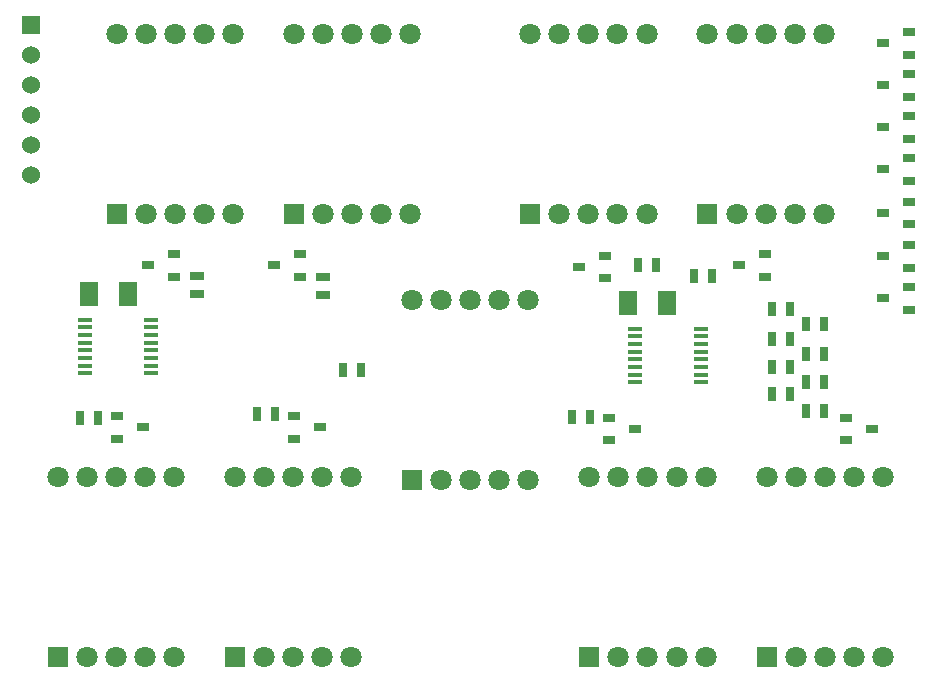
<source format=gts>
G04 (created by PCBNEW (2013-07-07 BZR 4022)-stable) date 1/31/2015 10:55:12 PM*
%MOIN*%
G04 Gerber Fmt 3.4, Leading zero omitted, Abs format*
%FSLAX34Y34*%
G01*
G70*
G90*
G04 APERTURE LIST*
%ADD10C,0.00590551*%
%ADD11R,0.05X0.015*%
%ADD12R,0.0394X0.0315*%
%ADD13R,0.0708661X0.0708661*%
%ADD14C,0.0708661*%
%ADD15R,0.06X0.08*%
%ADD16R,0.045X0.025*%
%ADD17R,0.025X0.045*%
%ADD18R,0.06X0.06*%
%ADD19C,0.06*%
G04 APERTURE END LIST*
G54D10*
G54D11*
X49002Y-31196D03*
X49002Y-30940D03*
X49002Y-30684D03*
X49002Y-30428D03*
X49002Y-30172D03*
X49002Y-29916D03*
X49002Y-29660D03*
X49002Y-29404D03*
X46798Y-29404D03*
X46798Y-29660D03*
X46798Y-29916D03*
X46798Y-30172D03*
X46798Y-30428D03*
X46798Y-30684D03*
X46798Y-30940D03*
X46798Y-31196D03*
X30652Y-30896D03*
X30652Y-30640D03*
X30652Y-30384D03*
X30652Y-30128D03*
X30652Y-29872D03*
X30652Y-29616D03*
X30652Y-29360D03*
X30652Y-29104D03*
X28448Y-29104D03*
X28448Y-29360D03*
X28448Y-29616D03*
X28448Y-29872D03*
X28448Y-30128D03*
X28448Y-30384D03*
X28448Y-30640D03*
X28448Y-30896D03*
G54D12*
X34767Y-27300D03*
X35633Y-26925D03*
X35633Y-27675D03*
X55067Y-21300D03*
X55933Y-20925D03*
X55933Y-21675D03*
X55067Y-22700D03*
X55933Y-22325D03*
X55933Y-23075D03*
X55067Y-24100D03*
X55933Y-23725D03*
X55933Y-24475D03*
X54683Y-32750D03*
X53817Y-33125D03*
X53817Y-32375D03*
X55067Y-28400D03*
X55933Y-28025D03*
X55933Y-28775D03*
X55067Y-27000D03*
X55933Y-26625D03*
X55933Y-27375D03*
X55067Y-25550D03*
X55933Y-25175D03*
X55933Y-25925D03*
X30567Y-27300D03*
X31433Y-26925D03*
X31433Y-27675D03*
X44917Y-27350D03*
X45783Y-26975D03*
X45783Y-27725D03*
X50267Y-27300D03*
X51133Y-26925D03*
X51133Y-27675D03*
X46783Y-32750D03*
X45917Y-33125D03*
X45917Y-32375D03*
X36283Y-32700D03*
X35417Y-33075D03*
X35417Y-32325D03*
X30383Y-32700D03*
X29517Y-33075D03*
X29517Y-32325D03*
G54D13*
X33464Y-40354D03*
G54D14*
X34433Y-40354D03*
X35401Y-40354D03*
X36370Y-40354D03*
X37338Y-40354D03*
X37338Y-34354D03*
X36370Y-34354D03*
X35401Y-34354D03*
X34433Y-34354D03*
X33464Y-34354D03*
G54D13*
X45275Y-40354D03*
G54D14*
X46244Y-40354D03*
X47212Y-40354D03*
X48181Y-40354D03*
X49149Y-40354D03*
X49149Y-34354D03*
X48181Y-34354D03*
X47212Y-34354D03*
X46244Y-34354D03*
X45275Y-34354D03*
G54D13*
X27559Y-40354D03*
G54D14*
X28527Y-40354D03*
X29496Y-40354D03*
X30464Y-40354D03*
X31433Y-40354D03*
X31433Y-34354D03*
X30464Y-34354D03*
X29496Y-34354D03*
X28527Y-34354D03*
X27559Y-34354D03*
G54D13*
X51181Y-40354D03*
G54D14*
X52149Y-40354D03*
X53118Y-40354D03*
X54086Y-40354D03*
X55055Y-40354D03*
X55055Y-34354D03*
X54086Y-34354D03*
X53118Y-34354D03*
X52149Y-34354D03*
X51181Y-34354D03*
G54D13*
X49212Y-25590D03*
G54D14*
X50181Y-25590D03*
X51149Y-25590D03*
X52118Y-25590D03*
X53086Y-25590D03*
X53086Y-19590D03*
X52118Y-19590D03*
X51149Y-19590D03*
X50181Y-19590D03*
X49212Y-19590D03*
G54D13*
X39370Y-34448D03*
G54D14*
X40338Y-34448D03*
X41307Y-34448D03*
X42275Y-34448D03*
X43244Y-34448D03*
X43244Y-28448D03*
X42275Y-28448D03*
X41307Y-28448D03*
X40338Y-28448D03*
X39370Y-28448D03*
G54D13*
X43307Y-25590D03*
G54D14*
X44275Y-25590D03*
X45244Y-25590D03*
X46212Y-25590D03*
X47181Y-25590D03*
X47181Y-19590D03*
X46212Y-19590D03*
X45244Y-19590D03*
X44275Y-19590D03*
X43307Y-19590D03*
G54D13*
X29527Y-25590D03*
G54D14*
X30496Y-25590D03*
X31464Y-25590D03*
X32433Y-25590D03*
X33401Y-25590D03*
X33401Y-19590D03*
X32433Y-19590D03*
X31464Y-19590D03*
X30496Y-19590D03*
X29527Y-19590D03*
G54D13*
X35433Y-25590D03*
G54D14*
X36401Y-25590D03*
X37370Y-25590D03*
X38338Y-25590D03*
X39307Y-25590D03*
X39307Y-19590D03*
X38338Y-19590D03*
X37370Y-19590D03*
X36401Y-19590D03*
X35433Y-19590D03*
G54D15*
X46550Y-28550D03*
X47850Y-28550D03*
X28600Y-28250D03*
X29900Y-28250D03*
G54D16*
X32200Y-28250D03*
X32200Y-27650D03*
G54D17*
X44700Y-32350D03*
X45300Y-32350D03*
G54D16*
X36400Y-28300D03*
X36400Y-27700D03*
G54D17*
X47500Y-27300D03*
X46900Y-27300D03*
X48750Y-27650D03*
X49350Y-27650D03*
X37050Y-30800D03*
X37650Y-30800D03*
X28300Y-32400D03*
X28900Y-32400D03*
X34200Y-32250D03*
X34800Y-32250D03*
X52500Y-32150D03*
X53100Y-32150D03*
X51350Y-31600D03*
X51950Y-31600D03*
X52500Y-31200D03*
X53100Y-31200D03*
X51350Y-30700D03*
X51950Y-30700D03*
X52500Y-30250D03*
X53100Y-30250D03*
X51350Y-29750D03*
X51950Y-29750D03*
X52500Y-29250D03*
X53100Y-29250D03*
X51350Y-28750D03*
X51950Y-28750D03*
G54D18*
X26675Y-19300D03*
G54D19*
X26675Y-20300D03*
X26675Y-21300D03*
X26675Y-22300D03*
X26675Y-23300D03*
X26675Y-24300D03*
G54D12*
X55067Y-19900D03*
X55933Y-19525D03*
X55933Y-20275D03*
M02*

</source>
